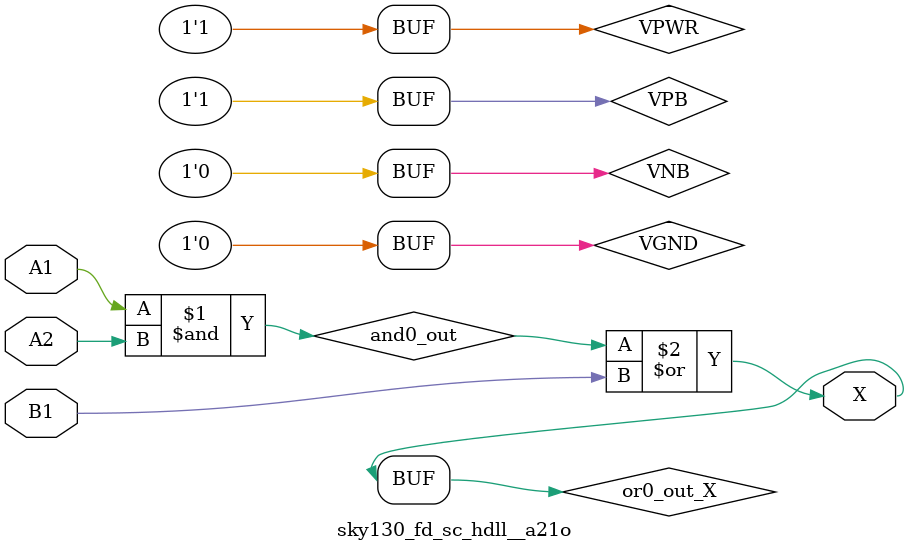
<source format=v>
/*
 * Copyright 2020 The SkyWater PDK Authors
 *
 * Licensed under the Apache License, Version 2.0 (the "License");
 * you may not use this file except in compliance with the License.
 * You may obtain a copy of the License at
 *
 *     https://www.apache.org/licenses/LICENSE-2.0
 *
 * Unless required by applicable law or agreed to in writing, software
 * distributed under the License is distributed on an "AS IS" BASIS,
 * WITHOUT WARRANTIES OR CONDITIONS OF ANY KIND, either express or implied.
 * See the License for the specific language governing permissions and
 * limitations under the License.
 *
 * SPDX-License-Identifier: Apache-2.0
*/


`ifndef SKY130_FD_SC_HDLL__A21O_TIMING_V
`define SKY130_FD_SC_HDLL__A21O_TIMING_V

/**
 * a21o: 2-input AND into first input of 2-input OR.
 *
 *       X = ((A1 & A2) | B1)
 *
 * Verilog simulation timing model.
 */

`timescale 1ns / 1ps
`default_nettype none

`celldefine
module sky130_fd_sc_hdll__a21o (
    X ,
    A1,
    A2,
    B1
);

    // Module ports
    output X ;
    input  A1;
    input  A2;
    input  B1;

    // Module supplies
    supply1 VPWR;
    supply0 VGND;
    supply1 VPB ;
    supply0 VNB ;

    // Local signals
    wire and0_out ;
    wire or0_out_X;

    //  Name  Output     Other arguments
    and and0 (and0_out , A1, A2         );
    or  or0  (or0_out_X, and0_out, B1   );
    buf buf0 (X        , or0_out_X      );

endmodule
`endcelldefine

`default_nettype wire
`endif  // SKY130_FD_SC_HDLL__A21O_TIMING_V

</source>
